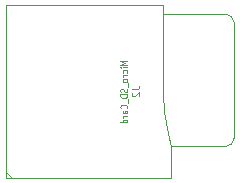
<source format=gbr>
G04 #@! TF.FileFunction,Other,Fab,Bot*
%FSLAX46Y46*%
G04 Gerber Fmt 4.6, Leading zero omitted, Abs format (unit mm)*
G04 Created by KiCad (PCBNEW 4.0.7) date Thu Feb 22 23:31:33 2018*
%MOMM*%
%LPD*%
G01*
G04 APERTURE LIST*
%ADD10C,0.020000*%
%ADD11C,0.050000*%
%ADD12C,0.100000*%
G04 APERTURE END LIST*
D10*
D11*
X99593000Y-80311500D02*
X99093000Y-79811500D01*
X112393000Y-72961500D02*
X112493000Y-74661500D01*
X112493000Y-74661500D02*
X112793000Y-76461500D01*
X112793000Y-76461500D02*
X113093000Y-77661500D01*
X117693000Y-66411500D02*
X112393000Y-66411500D01*
X118393000Y-67111500D02*
X118393000Y-76911500D01*
X118393000Y-67111500D02*
G75*
G03X117693000Y-66411500I-700000J0D01*
G01*
X117693000Y-77611500D02*
X113093000Y-77611500D01*
X118393000Y-76911500D02*
G75*
G02X117693000Y-77611500I-700000J0D01*
G01*
X113093000Y-77611500D02*
X113093000Y-80311500D01*
X112393000Y-65611500D02*
X112393000Y-72961500D01*
X99093000Y-65611500D02*
X99093000Y-80311500D01*
X99093000Y-80311500D02*
X113093000Y-80311500D01*
X99093000Y-65611500D02*
X112393000Y-65611500D01*
D12*
X109764429Y-72761500D02*
X110193000Y-72761500D01*
X110278714Y-72732928D01*
X110335857Y-72675785D01*
X110364429Y-72590071D01*
X110364429Y-72532928D01*
X109821571Y-73018643D02*
X109793000Y-73047214D01*
X109764429Y-73104357D01*
X109764429Y-73247214D01*
X109793000Y-73304357D01*
X109821571Y-73332928D01*
X109878714Y-73361500D01*
X109935857Y-73361500D01*
X110021571Y-73332928D01*
X110364429Y-72990071D01*
X110364429Y-73361500D01*
X109364429Y-70354358D02*
X108764429Y-70354358D01*
X109193000Y-70521024D01*
X108764429Y-70687691D01*
X109364429Y-70687691D01*
X109364429Y-70925787D02*
X108964429Y-70925787D01*
X108764429Y-70925787D02*
X108793000Y-70901977D01*
X108821571Y-70925787D01*
X108793000Y-70949596D01*
X108764429Y-70925787D01*
X108821571Y-70925787D01*
X109335857Y-71378167D02*
X109364429Y-71330548D01*
X109364429Y-71235310D01*
X109335857Y-71187691D01*
X109307286Y-71163882D01*
X109250143Y-71140072D01*
X109078714Y-71140072D01*
X109021571Y-71163882D01*
X108993000Y-71187691D01*
X108964429Y-71235310D01*
X108964429Y-71330548D01*
X108993000Y-71378167D01*
X109364429Y-71592453D02*
X108964429Y-71592453D01*
X109078714Y-71592453D02*
X109021571Y-71616262D01*
X108993000Y-71640072D01*
X108964429Y-71687691D01*
X108964429Y-71735310D01*
X109364429Y-71973405D02*
X109335857Y-71925786D01*
X109307286Y-71901977D01*
X109250143Y-71878167D01*
X109078714Y-71878167D01*
X109021571Y-71901977D01*
X108993000Y-71925786D01*
X108964429Y-71973405D01*
X108964429Y-72044834D01*
X108993000Y-72092453D01*
X109021571Y-72116262D01*
X109078714Y-72140072D01*
X109250143Y-72140072D01*
X109307286Y-72116262D01*
X109335857Y-72092453D01*
X109364429Y-72044834D01*
X109364429Y-71973405D01*
X109421571Y-72235310D02*
X109421571Y-72616262D01*
X109335857Y-72711500D02*
X109364429Y-72782929D01*
X109364429Y-72901976D01*
X109335857Y-72949595D01*
X109307286Y-72973405D01*
X109250143Y-72997214D01*
X109193000Y-72997214D01*
X109135857Y-72973405D01*
X109107286Y-72949595D01*
X109078714Y-72901976D01*
X109050143Y-72806738D01*
X109021571Y-72759119D01*
X108993000Y-72735310D01*
X108935857Y-72711500D01*
X108878714Y-72711500D01*
X108821571Y-72735310D01*
X108793000Y-72759119D01*
X108764429Y-72806738D01*
X108764429Y-72925786D01*
X108793000Y-72997214D01*
X109364429Y-73211500D02*
X108764429Y-73211500D01*
X108764429Y-73330547D01*
X108793000Y-73401976D01*
X108850143Y-73449595D01*
X108907286Y-73473404D01*
X109021571Y-73497214D01*
X109107286Y-73497214D01*
X109221571Y-73473404D01*
X109278714Y-73449595D01*
X109335857Y-73401976D01*
X109364429Y-73330547D01*
X109364429Y-73211500D01*
X109421571Y-73592452D02*
X109421571Y-73973404D01*
X109307286Y-74378166D02*
X109335857Y-74354356D01*
X109364429Y-74282928D01*
X109364429Y-74235309D01*
X109335857Y-74163880D01*
X109278714Y-74116261D01*
X109221571Y-74092452D01*
X109107286Y-74068642D01*
X109021571Y-74068642D01*
X108907286Y-74092452D01*
X108850143Y-74116261D01*
X108793000Y-74163880D01*
X108764429Y-74235309D01*
X108764429Y-74282928D01*
X108793000Y-74354356D01*
X108821571Y-74378166D01*
X109364429Y-74806737D02*
X109050143Y-74806737D01*
X108993000Y-74782928D01*
X108964429Y-74735309D01*
X108964429Y-74640071D01*
X108993000Y-74592452D01*
X109335857Y-74806737D02*
X109364429Y-74759118D01*
X109364429Y-74640071D01*
X109335857Y-74592452D01*
X109278714Y-74568642D01*
X109221571Y-74568642D01*
X109164429Y-74592452D01*
X109135857Y-74640071D01*
X109135857Y-74759118D01*
X109107286Y-74806737D01*
X109364429Y-75044833D02*
X108964429Y-75044833D01*
X109078714Y-75044833D02*
X109021571Y-75068642D01*
X108993000Y-75092452D01*
X108964429Y-75140071D01*
X108964429Y-75187690D01*
X109364429Y-75568642D02*
X108764429Y-75568642D01*
X109335857Y-75568642D02*
X109364429Y-75521023D01*
X109364429Y-75425785D01*
X109335857Y-75378166D01*
X109307286Y-75354357D01*
X109250143Y-75330547D01*
X109078714Y-75330547D01*
X109021571Y-75354357D01*
X108993000Y-75378166D01*
X108964429Y-75425785D01*
X108964429Y-75521023D01*
X108993000Y-75568642D01*
M02*

</source>
